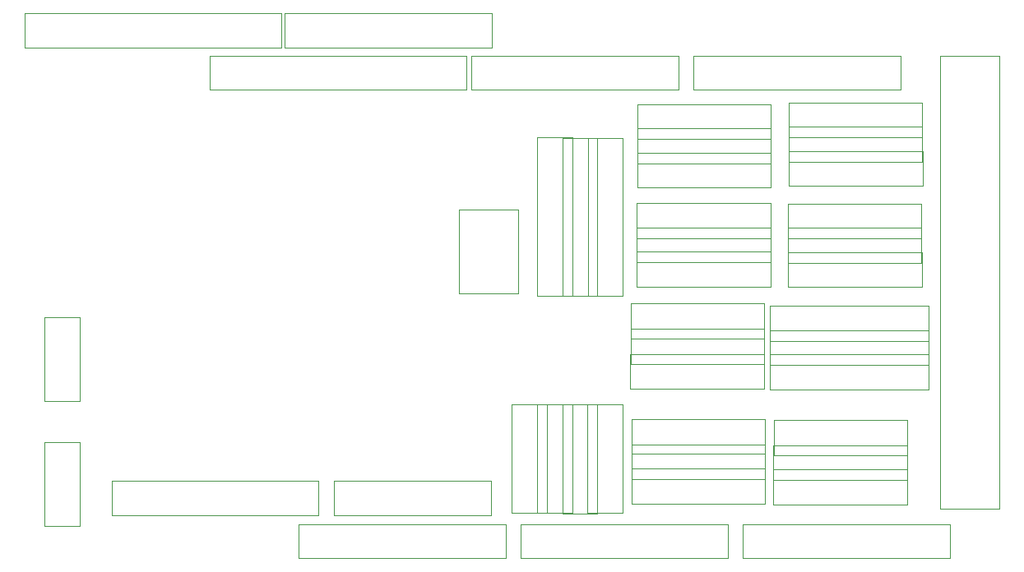
<source format=gbr>
G04 #@! TF.FileFunction,Other,User*
%FSLAX46Y46*%
G04 Gerber Fmt 4.6, Leading zero omitted, Abs format (unit mm)*
G04 Created by KiCad (PCBNEW 4.0.6) date 06/23/17 17:57:29*
%MOMM*%
%LPD*%
G01*
G04 APERTURE LIST*
%ADD10C,0.100000*%
%ADD11C,0.050000*%
G04 APERTURE END LIST*
D10*
D11*
X195608000Y-115796000D02*
X201658000Y-115796000D01*
X195608000Y-69096000D02*
X201658000Y-69096000D01*
X195608000Y-115796000D02*
X195608000Y-69096000D01*
X201658000Y-115796000D02*
X201658000Y-69096000D01*
X129568000Y-117376000D02*
X129568000Y-120876000D01*
X150868000Y-117376000D02*
X150868000Y-120876000D01*
X129568000Y-117376000D02*
X150868000Y-117376000D01*
X129568000Y-120876000D02*
X150868000Y-120876000D01*
X152428000Y-117376000D02*
X152428000Y-120876000D01*
X173728000Y-117376000D02*
X173728000Y-120876000D01*
X152428000Y-117376000D02*
X173728000Y-117376000D01*
X152428000Y-120876000D02*
X173728000Y-120876000D01*
X175288000Y-117376000D02*
X175288000Y-120876000D01*
X196588000Y-117376000D02*
X196588000Y-120876000D01*
X175288000Y-117376000D02*
X196588000Y-117376000D01*
X175288000Y-120876000D02*
X196588000Y-120876000D01*
X120424000Y-69116000D02*
X120424000Y-72616000D01*
X146824000Y-69116000D02*
X146824000Y-72616000D01*
X120424000Y-69116000D02*
X146824000Y-69116000D01*
X120424000Y-72616000D02*
X146824000Y-72616000D01*
X147348000Y-69116000D02*
X147348000Y-72616000D01*
X168648000Y-69116000D02*
X168648000Y-72616000D01*
X147348000Y-69116000D02*
X168648000Y-69116000D01*
X147348000Y-72616000D02*
X168648000Y-72616000D01*
X170208000Y-69116000D02*
X170208000Y-72616000D01*
X191508000Y-69116000D02*
X191508000Y-72616000D01*
X170208000Y-69116000D02*
X191508000Y-69116000D01*
X170208000Y-72616000D02*
X191508000Y-72616000D01*
X110270000Y-112950000D02*
X110270000Y-116450000D01*
X131570000Y-112950000D02*
X131570000Y-116450000D01*
X110270000Y-112950000D02*
X131570000Y-112950000D01*
X110270000Y-116450000D02*
X131570000Y-116450000D01*
X133150000Y-112950000D02*
X133150000Y-116450000D01*
X149350000Y-112950000D02*
X149350000Y-116450000D01*
X133150000Y-112950000D02*
X149350000Y-112950000D01*
X133150000Y-116450000D02*
X149350000Y-116450000D01*
X101330000Y-64750000D02*
X101330000Y-68250000D01*
X127730000Y-64750000D02*
X127730000Y-68250000D01*
X101330000Y-64750000D02*
X127730000Y-64750000D01*
X101330000Y-68250000D02*
X127730000Y-68250000D01*
X128110000Y-64750000D02*
X128110000Y-68250000D01*
X149410000Y-64750000D02*
X149410000Y-68250000D01*
X128110000Y-64750000D02*
X149410000Y-64750000D01*
X128110000Y-68250000D02*
X149410000Y-68250000D01*
X163810000Y-115250000D02*
X177560000Y-115250000D01*
X177560000Y-115250000D02*
X177560000Y-111650000D01*
X177560000Y-111650000D02*
X163810000Y-111650000D01*
X163810000Y-111650000D02*
X163810000Y-115250000D01*
X178410000Y-115350000D02*
X192160000Y-115350000D01*
X192160000Y-115350000D02*
X192160000Y-111750000D01*
X192160000Y-111750000D02*
X178410000Y-111750000D01*
X178410000Y-111750000D02*
X178410000Y-115350000D01*
X163680000Y-103450000D02*
X177430000Y-103450000D01*
X177430000Y-103450000D02*
X177430000Y-99850000D01*
X177430000Y-99850000D02*
X163680000Y-99850000D01*
X163680000Y-99850000D02*
X163680000Y-103450000D01*
X178060000Y-103500000D02*
X194360000Y-103500000D01*
X194360000Y-103500000D02*
X194360000Y-99900000D01*
X194360000Y-99900000D02*
X178060000Y-99900000D01*
X178060000Y-99900000D02*
X178060000Y-103500000D01*
X164350000Y-92900000D02*
X178100000Y-92900000D01*
X178100000Y-92900000D02*
X178100000Y-89300000D01*
X178100000Y-89300000D02*
X164350000Y-89300000D01*
X164350000Y-89300000D02*
X164350000Y-92900000D01*
X179920000Y-92950000D02*
X193670000Y-92950000D01*
X193670000Y-92950000D02*
X193670000Y-89350000D01*
X193670000Y-89350000D02*
X179920000Y-89350000D01*
X179920000Y-89350000D02*
X179920000Y-92950000D01*
X164400000Y-82700000D02*
X178150000Y-82700000D01*
X178150000Y-82700000D02*
X178150000Y-79100000D01*
X178150000Y-79100000D02*
X164400000Y-79100000D01*
X164400000Y-79100000D02*
X164400000Y-82700000D01*
X180010000Y-82550000D02*
X193760000Y-82550000D01*
X193760000Y-82550000D02*
X193760000Y-78950000D01*
X193760000Y-78950000D02*
X180010000Y-78950000D01*
X180010000Y-78950000D02*
X180010000Y-82550000D01*
X163790000Y-112750000D02*
X177540000Y-112750000D01*
X177540000Y-112750000D02*
X177540000Y-109150000D01*
X177540000Y-109150000D02*
X163790000Y-109150000D01*
X163790000Y-109150000D02*
X163790000Y-112750000D01*
X178390000Y-112850000D02*
X192140000Y-112850000D01*
X192140000Y-112850000D02*
X192140000Y-109250000D01*
X192140000Y-109250000D02*
X178390000Y-109250000D01*
X178390000Y-109250000D02*
X178390000Y-112850000D01*
X163720000Y-100850000D02*
X177470000Y-100850000D01*
X177470000Y-100850000D02*
X177470000Y-97250000D01*
X177470000Y-97250000D02*
X163720000Y-97250000D01*
X163720000Y-97250000D02*
X163720000Y-100850000D01*
X178080000Y-101000000D02*
X194380000Y-101000000D01*
X194380000Y-101000000D02*
X194380000Y-97400000D01*
X194380000Y-97400000D02*
X178080000Y-97400000D01*
X178080000Y-97400000D02*
X178080000Y-101000000D01*
X178110000Y-86800000D02*
X164360000Y-86800000D01*
X164360000Y-86800000D02*
X164360000Y-90400000D01*
X164360000Y-90400000D02*
X178110000Y-90400000D01*
X178110000Y-90400000D02*
X178110000Y-86800000D01*
X179900000Y-90450000D02*
X193650000Y-90450000D01*
X193650000Y-90450000D02*
X193650000Y-86850000D01*
X193650000Y-86850000D02*
X179900000Y-86850000D01*
X179900000Y-86850000D02*
X179900000Y-90450000D01*
X179950000Y-80050000D02*
X193700000Y-80050000D01*
X193700000Y-80050000D02*
X193700000Y-76450000D01*
X193700000Y-76450000D02*
X179950000Y-76450000D01*
X179950000Y-76450000D02*
X179950000Y-80050000D01*
X164400000Y-80200000D02*
X178150000Y-80200000D01*
X178150000Y-80200000D02*
X178150000Y-76600000D01*
X178150000Y-76600000D02*
X164400000Y-76600000D01*
X164400000Y-76600000D02*
X164400000Y-80200000D01*
X163810000Y-110150000D02*
X177560000Y-110150000D01*
X177560000Y-110150000D02*
X177560000Y-106550000D01*
X177560000Y-106550000D02*
X163810000Y-106550000D01*
X163810000Y-106550000D02*
X163810000Y-110150000D01*
X178450000Y-110250000D02*
X192200000Y-110250000D01*
X192200000Y-110250000D02*
X192200000Y-106650000D01*
X192200000Y-106650000D02*
X178450000Y-106650000D01*
X178450000Y-106650000D02*
X178450000Y-110250000D01*
X163720000Y-98250000D02*
X177470000Y-98250000D01*
X177470000Y-98250000D02*
X177470000Y-94650000D01*
X177470000Y-94650000D02*
X163720000Y-94650000D01*
X163720000Y-94650000D02*
X163720000Y-98250000D01*
X178080000Y-98500000D02*
X194380000Y-98500000D01*
X194380000Y-98500000D02*
X194380000Y-94900000D01*
X194380000Y-94900000D02*
X178080000Y-94900000D01*
X178080000Y-94900000D02*
X178080000Y-98500000D01*
X164350000Y-87900000D02*
X178100000Y-87900000D01*
X178100000Y-87900000D02*
X178100000Y-84300000D01*
X178100000Y-84300000D02*
X164350000Y-84300000D01*
X164350000Y-84300000D02*
X164350000Y-87900000D01*
X179900000Y-87950000D02*
X193650000Y-87950000D01*
X193650000Y-87950000D02*
X193650000Y-84350000D01*
X193650000Y-84350000D02*
X179900000Y-84350000D01*
X179900000Y-84350000D02*
X179900000Y-87950000D01*
X179950000Y-77550000D02*
X193700000Y-77550000D01*
X193700000Y-77550000D02*
X193700000Y-73950000D01*
X193700000Y-73950000D02*
X179950000Y-73950000D01*
X179950000Y-73950000D02*
X179950000Y-77550000D01*
X164400000Y-77700000D02*
X178150000Y-77700000D01*
X178150000Y-77700000D02*
X178150000Y-74100000D01*
X178150000Y-74100000D02*
X164400000Y-74100000D01*
X164400000Y-74100000D02*
X164400000Y-77700000D01*
X107000000Y-117590000D02*
X107000000Y-108940000D01*
X107000000Y-108940000D02*
X103400000Y-108940000D01*
X103400000Y-108940000D02*
X103400000Y-117590000D01*
X103400000Y-117590000D02*
X107000000Y-117590000D01*
X107000000Y-104700000D02*
X107000000Y-96050000D01*
X107000000Y-96050000D02*
X103400000Y-96050000D01*
X103400000Y-96050000D02*
X103400000Y-104700000D01*
X103400000Y-104700000D02*
X107000000Y-104700000D01*
X146010000Y-84950000D02*
X146010000Y-93600000D01*
X146010000Y-93600000D02*
X152160000Y-93600000D01*
X152160000Y-93600000D02*
X152160000Y-84950000D01*
X152160000Y-84950000D02*
X146010000Y-84950000D01*
X151484000Y-105004000D02*
X151484000Y-116204000D01*
X151484000Y-116204000D02*
X155084000Y-116204000D01*
X155084000Y-116204000D02*
X155084000Y-105004000D01*
X155084000Y-105004000D02*
X151484000Y-105004000D01*
X154084000Y-105044000D02*
X154084000Y-116244000D01*
X154084000Y-116244000D02*
X157684000Y-116244000D01*
X157684000Y-116244000D02*
X157684000Y-105044000D01*
X157684000Y-105044000D02*
X154084000Y-105044000D01*
X156684000Y-105064000D02*
X156684000Y-116264000D01*
X156684000Y-116264000D02*
X160284000Y-116264000D01*
X160284000Y-116264000D02*
X160284000Y-105064000D01*
X160284000Y-105064000D02*
X156684000Y-105064000D01*
X159284000Y-105044000D02*
X159284000Y-116244000D01*
X159284000Y-116244000D02*
X162884000Y-116244000D01*
X162884000Y-116244000D02*
X162884000Y-105044000D01*
X162884000Y-105044000D02*
X159284000Y-105044000D01*
X159300000Y-77580000D02*
X159300000Y-93880000D01*
X159300000Y-93880000D02*
X162900000Y-93880000D01*
X162900000Y-93880000D02*
X162900000Y-77580000D01*
X162900000Y-77580000D02*
X159300000Y-77580000D01*
X156700000Y-77580000D02*
X156700000Y-93880000D01*
X156700000Y-93880000D02*
X160300000Y-93880000D01*
X160300000Y-93880000D02*
X160300000Y-77580000D01*
X160300000Y-77580000D02*
X156700000Y-77580000D01*
X154100000Y-77550000D02*
X154100000Y-93850000D01*
X154100000Y-93850000D02*
X157700000Y-93850000D01*
X157700000Y-93850000D02*
X157700000Y-77550000D01*
X157700000Y-77550000D02*
X154100000Y-77550000D01*
M02*

</source>
